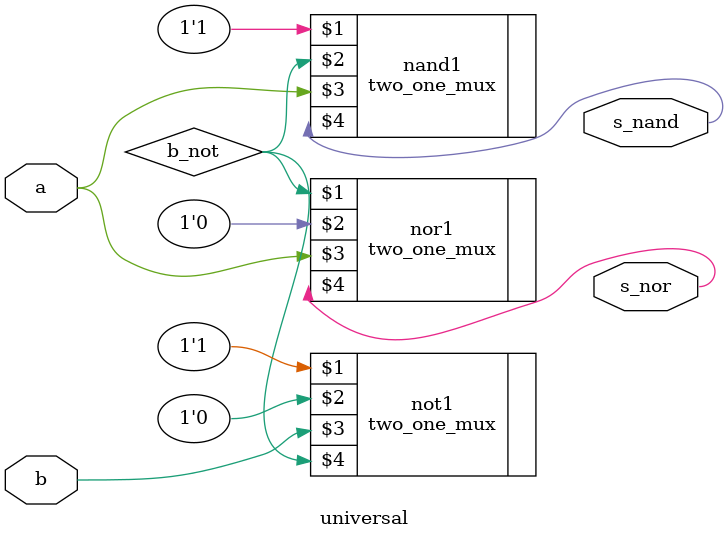
<source format=v>
`timescale 1ns / 1ps


module universal(
input a,b,
output s_nand,s_nor
    );

wire b_not;
two_one_mux not1(1'b1,1'b0,b,b_not);    

two_one_mux nand1(1'b1,b_not,a,s_nand);   
two_one_mux nor1(b_not,1'b0,a,s_nor);   
    
endmodule

</source>
